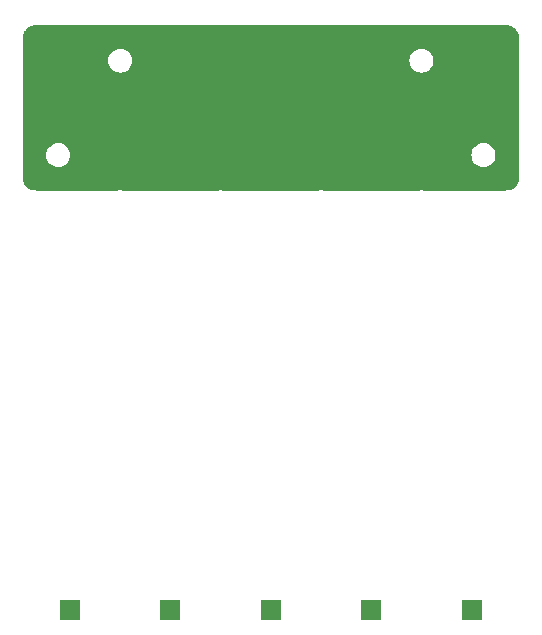
<source format=gbl>
G04 #@! TF.GenerationSoftware,KiCad,Pcbnew,7.0.9-7.0.9~ubuntu22.04.1*
G04 #@! TF.CreationDate,2023-12-30T14:42:09+00:00*
G04 #@! TF.ProjectId,DRY_FLEX_V1,4452595f-464c-4455-985f-56312e6b6963,rev?*
G04 #@! TF.SameCoordinates,Original*
G04 #@! TF.FileFunction,Copper,L2,Bot*
G04 #@! TF.FilePolarity,Positive*
%FSLAX46Y46*%
G04 Gerber Fmt 4.6, Leading zero omitted, Abs format (unit mm)*
G04 Created by KiCad (PCBNEW 7.0.9-7.0.9~ubuntu22.04.1) date 2023-12-30 14:42:09*
%MOMM*%
%LPD*%
G01*
G04 APERTURE LIST*
G04 #@! TA.AperFunction,ComponentPad*
%ADD10R,1.700000X1.700000*%
G04 #@! TD*
G04 APERTURE END LIST*
D10*
X91500000Y-142500000D03*
X100000000Y-142500000D03*
X83000000Y-142500000D03*
X108500000Y-142500000D03*
X117000000Y-142500000D03*
G04 #@! TA.AperFunction,NonConductor*
G36*
X120002694Y-93010735D02*
G01*
X120161019Y-93024587D01*
X120182297Y-93028338D01*
X120327951Y-93067366D01*
X120348261Y-93074759D01*
X120484915Y-93138482D01*
X120503633Y-93149289D01*
X120627154Y-93235779D01*
X120643712Y-93249673D01*
X120750326Y-93356287D01*
X120764220Y-93372845D01*
X120850710Y-93496366D01*
X120861517Y-93515084D01*
X120925240Y-93651738D01*
X120932633Y-93672049D01*
X120971659Y-93817696D01*
X120975412Y-93838982D01*
X120989264Y-93997300D01*
X120989500Y-94002706D01*
X120989500Y-105997293D01*
X120989264Y-106002699D01*
X120975412Y-106161017D01*
X120971659Y-106182303D01*
X120932633Y-106327950D01*
X120925240Y-106348261D01*
X120861517Y-106484915D01*
X120850710Y-106503633D01*
X120764220Y-106627154D01*
X120750326Y-106643712D01*
X120643712Y-106750326D01*
X120627154Y-106764220D01*
X120503633Y-106850710D01*
X120484915Y-106861517D01*
X120348261Y-106925240D01*
X120327950Y-106932633D01*
X120182303Y-106971659D01*
X120161017Y-106975412D01*
X120051080Y-106985031D01*
X120002694Y-106989264D01*
X119997294Y-106989500D01*
X119911590Y-106989500D01*
X119862728Y-106998116D01*
X119841196Y-107000000D01*
X112989869Y-107000000D01*
X112985996Y-106999878D01*
X112821033Y-106989500D01*
X112750005Y-106985031D01*
X112749995Y-106985031D01*
X112678967Y-106989500D01*
X112514003Y-106999878D01*
X112510131Y-107000000D01*
X104489869Y-107000000D01*
X104485996Y-106999878D01*
X104321033Y-106989500D01*
X104250005Y-106985031D01*
X104249995Y-106985031D01*
X104178967Y-106989500D01*
X104014003Y-106999878D01*
X104010131Y-107000000D01*
X95989869Y-107000000D01*
X95985996Y-106999878D01*
X95821033Y-106989500D01*
X95750005Y-106985031D01*
X95749995Y-106985031D01*
X95678967Y-106989500D01*
X95514003Y-106999878D01*
X95510131Y-107000000D01*
X87489869Y-107000000D01*
X87485996Y-106999878D01*
X87321033Y-106989500D01*
X87250005Y-106985031D01*
X87249995Y-106985031D01*
X87178967Y-106989500D01*
X87014003Y-106999878D01*
X87010131Y-107000000D01*
X80158804Y-107000000D01*
X80137272Y-106998116D01*
X80088409Y-106989500D01*
X80088407Y-106989500D01*
X80002706Y-106989500D01*
X79997305Y-106989264D01*
X79948822Y-106985022D01*
X79838982Y-106975412D01*
X79817696Y-106971659D01*
X79672049Y-106932633D01*
X79651738Y-106925240D01*
X79515084Y-106861517D01*
X79496366Y-106850710D01*
X79372845Y-106764220D01*
X79356287Y-106750326D01*
X79249673Y-106643712D01*
X79235779Y-106627154D01*
X79149289Y-106503633D01*
X79138482Y-106484915D01*
X79074759Y-106348261D01*
X79067366Y-106327950D01*
X79028338Y-106182297D01*
X79024587Y-106161016D01*
X79010736Y-106002699D01*
X79010500Y-105997293D01*
X79010500Y-104000000D01*
X80984611Y-104000000D01*
X81004121Y-104198095D01*
X81061903Y-104388574D01*
X81155731Y-104564114D01*
X81155735Y-104564121D01*
X81282011Y-104717988D01*
X81435878Y-104844264D01*
X81435885Y-104844268D01*
X81611425Y-104938096D01*
X81611427Y-104938097D01*
X81801907Y-104995879D01*
X82000000Y-105015389D01*
X82198093Y-104995879D01*
X82388573Y-104938097D01*
X82564120Y-104844265D01*
X82717988Y-104717988D01*
X82844265Y-104564120D01*
X82938097Y-104388573D01*
X82995879Y-104198093D01*
X83015389Y-104000000D01*
X116984611Y-104000000D01*
X117004121Y-104198095D01*
X117061903Y-104388574D01*
X117155731Y-104564114D01*
X117155735Y-104564121D01*
X117282011Y-104717988D01*
X117435878Y-104844264D01*
X117435885Y-104844268D01*
X117611425Y-104938096D01*
X117611427Y-104938097D01*
X117801907Y-104995879D01*
X118000000Y-105015389D01*
X118198093Y-104995879D01*
X118388573Y-104938097D01*
X118564120Y-104844265D01*
X118717988Y-104717988D01*
X118844265Y-104564120D01*
X118938097Y-104388573D01*
X118995879Y-104198093D01*
X119015389Y-104000000D01*
X118995879Y-103801907D01*
X118938097Y-103611427D01*
X118844265Y-103435880D01*
X118844264Y-103435878D01*
X118717988Y-103282011D01*
X118564121Y-103155735D01*
X118564114Y-103155731D01*
X118388574Y-103061903D01*
X118198095Y-103004121D01*
X118000000Y-102984611D01*
X117801904Y-103004121D01*
X117611425Y-103061903D01*
X117435885Y-103155731D01*
X117435878Y-103155735D01*
X117282011Y-103282011D01*
X117155735Y-103435878D01*
X117155731Y-103435885D01*
X117061903Y-103611425D01*
X117004121Y-103801904D01*
X116984611Y-104000000D01*
X83015389Y-104000000D01*
X82995879Y-103801907D01*
X82938097Y-103611427D01*
X82844265Y-103435880D01*
X82844264Y-103435878D01*
X82717988Y-103282011D01*
X82564121Y-103155735D01*
X82564114Y-103155731D01*
X82388574Y-103061903D01*
X82198095Y-103004121D01*
X82000000Y-102984611D01*
X81801904Y-103004121D01*
X81611425Y-103061903D01*
X81435885Y-103155731D01*
X81435878Y-103155735D01*
X81282011Y-103282011D01*
X81155735Y-103435878D01*
X81155731Y-103435885D01*
X81061903Y-103611425D01*
X81004121Y-103801904D01*
X80984611Y-104000000D01*
X79010500Y-104000000D01*
X79010500Y-96000000D01*
X86234611Y-96000000D01*
X86254121Y-96198095D01*
X86311903Y-96388574D01*
X86405731Y-96564114D01*
X86405735Y-96564121D01*
X86532011Y-96717988D01*
X86685878Y-96844264D01*
X86685885Y-96844268D01*
X86861425Y-96938096D01*
X86861427Y-96938097D01*
X87051907Y-96995879D01*
X87250000Y-97015389D01*
X87448093Y-96995879D01*
X87638573Y-96938097D01*
X87814120Y-96844265D01*
X87967988Y-96717988D01*
X88094265Y-96564120D01*
X88188097Y-96388573D01*
X88245879Y-96198093D01*
X88265389Y-96000000D01*
X111734611Y-96000000D01*
X111754121Y-96198095D01*
X111811903Y-96388574D01*
X111905731Y-96564114D01*
X111905735Y-96564121D01*
X112032011Y-96717988D01*
X112185878Y-96844264D01*
X112185885Y-96844268D01*
X112361425Y-96938096D01*
X112361427Y-96938097D01*
X112551907Y-96995879D01*
X112750000Y-97015389D01*
X112948093Y-96995879D01*
X113138573Y-96938097D01*
X113314120Y-96844265D01*
X113467988Y-96717988D01*
X113594265Y-96564120D01*
X113688097Y-96388573D01*
X113745879Y-96198093D01*
X113765389Y-96000000D01*
X113745879Y-95801907D01*
X113688097Y-95611427D01*
X113594265Y-95435880D01*
X113594264Y-95435878D01*
X113467988Y-95282011D01*
X113314121Y-95155735D01*
X113314114Y-95155731D01*
X113138574Y-95061903D01*
X112948095Y-95004121D01*
X112750000Y-94984611D01*
X112551904Y-95004121D01*
X112361425Y-95061903D01*
X112185885Y-95155731D01*
X112185878Y-95155735D01*
X112032011Y-95282011D01*
X111905735Y-95435878D01*
X111905731Y-95435885D01*
X111811903Y-95611425D01*
X111754121Y-95801904D01*
X111734611Y-96000000D01*
X88265389Y-96000000D01*
X88245879Y-95801907D01*
X88188097Y-95611427D01*
X88094265Y-95435880D01*
X88094264Y-95435878D01*
X87967988Y-95282011D01*
X87814121Y-95155735D01*
X87814114Y-95155731D01*
X87638574Y-95061903D01*
X87448095Y-95004121D01*
X87250000Y-94984611D01*
X87051904Y-95004121D01*
X86861425Y-95061903D01*
X86685885Y-95155731D01*
X86685878Y-95155735D01*
X86532011Y-95282011D01*
X86405735Y-95435878D01*
X86405731Y-95435885D01*
X86311903Y-95611425D01*
X86254121Y-95801904D01*
X86234611Y-96000000D01*
X79010500Y-96000000D01*
X79010500Y-94002706D01*
X79010736Y-93997300D01*
X79024587Y-93838978D01*
X79028338Y-93817704D01*
X79067367Y-93672044D01*
X79074759Y-93651738D01*
X79138482Y-93515084D01*
X79149289Y-93496366D01*
X79235779Y-93372845D01*
X79249667Y-93356293D01*
X79356293Y-93249667D01*
X79372845Y-93235779D01*
X79496366Y-93149289D01*
X79515081Y-93138483D01*
X79651740Y-93074758D01*
X79672044Y-93067367D01*
X79817704Y-93028338D01*
X79838978Y-93024587D01*
X79997305Y-93010735D01*
X80002706Y-93010500D01*
X80003412Y-93010500D01*
X119996588Y-93010500D01*
X119997294Y-93010500D01*
X120002694Y-93010735D01*
G37*
G04 #@! TD.AperFunction*
M02*

</source>
